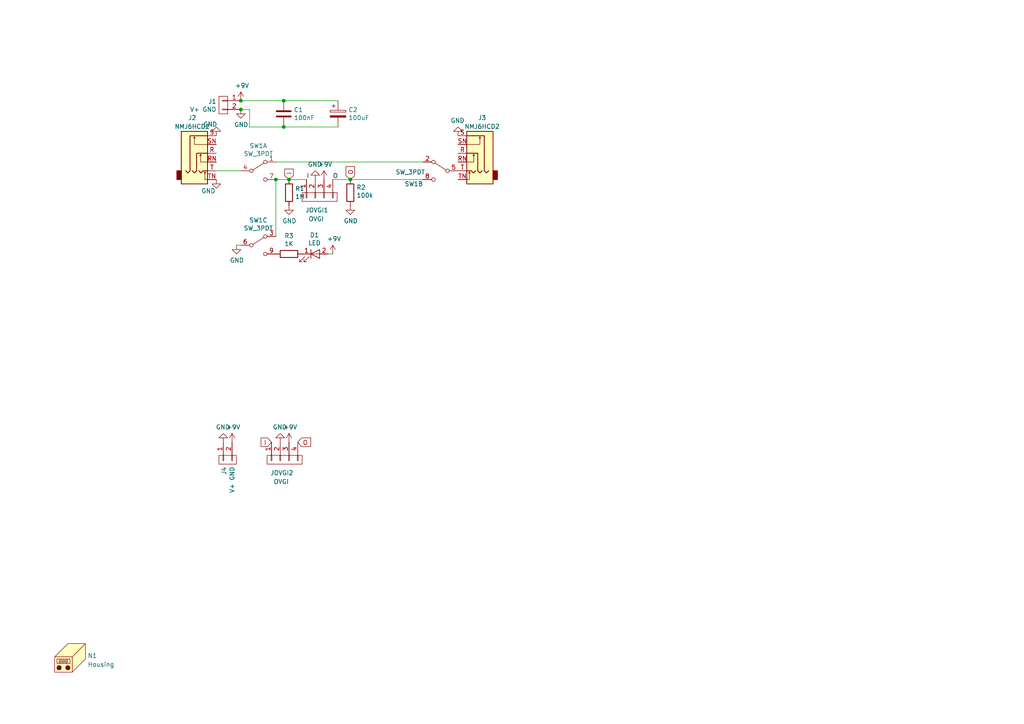
<source format=kicad_sch>
(kicad_sch (version 20230121) (generator eeschema)
  (paper "A4")
  (lib_symbols
    (symbol "1590B-rescue:C-device" (pin_numbers hide) (pin_names (offset 0.254))
      (property "Reference" "C" (at 0.635 2.54 0))
      (property "Value" "device:C" (at 0.635 -2.54 0))
      (symbol "C-device_0_1"
        (polyline (pts (xy -2.032 -0.762) (xy 2.032 -0.762)) (stroke (width 0.508)))
        (polyline (pts (xy -2.032 0.762) (xy 2.032 0.762)) (stroke (width 0.508)))
      )
      (symbol "C-device_1_1"
        (pin passive line (at 0 3.81 270) (length 2.794) (name "~") (number "1"))
        (pin passive line (at 0 -3.81 90) (length 2.794) (name "~") (number "2"))
      )
    )
    (symbol "1590B-rescue:CONN_01X02-conn" (pin_names (offset 1.016) hide)
      (property "Reference" "J" (at 0 3.81 0))
      (property "Value" "conn:CONN_01X02" (at 2.54 0 90))
      (symbol "CONN_01X02-conn_0_1"
        (rectangle (start -1.27 -1.143) (end 0.254 -1.397))
        (rectangle (start -1.27 1.397) (end 0.254 1.143))
        (rectangle (start -1.27 2.54) (end 1.27 -2.54))
      )
      (symbol "CONN_01X02-conn_1_1"
        (pin passive line (at -5.08 1.27 0) (length 3.81) (name "P1") (number "1"))
        (pin passive line (at -5.08 -1.27 0) (length 3.81) (name "P2") (number "2"))
      )
    )
    (symbol "1590B-rescue:CONN_01X04-conn" (pin_names (offset 1.016) hide)
      (property "Reference" "J" (at 0 6.35 0))
      (property "Value" "conn:CONN_01X04" (at 2.54 0 90))
      (symbol "CONN_01X04-conn_0_1"
        (rectangle (start -1.27 -3.683) (end 0.254 -3.937))
        (rectangle (start -1.27 -1.143) (end 0.254 -1.397))
        (rectangle (start -1.27 1.397) (end 0.254 1.143))
        (rectangle (start -1.27 3.937) (end 0.254 3.683))
        (rectangle (start -1.27 5.08) (end 1.27 -5.08))
      )
      (symbol "CONN_01X04-conn_1_1"
        (pin passive line (at -5.08 3.81 0) (length 3.81) (name "P1") (number "1"))
        (pin passive line (at -5.08 1.27 0) (length 3.81) (name "P2") (number "2"))
        (pin passive line (at -5.08 -1.27 0) (length 3.81) (name "P3") (number "3"))
        (pin passive line (at -5.08 -3.81 0) (length 3.81) (name "P4") (number "4"))
      )
    )
    (symbol "1590B-rescue:CP-device" (pin_numbers hide) (pin_names (offset 0.254))
      (property "Reference" "C" (at 0.635 2.54 0))
      (property "Value" "device:CP" (at 0.635 -2.54 0))
      (symbol "CP-device_0_1"
        (rectangle (start -2.286 0.508) (end -2.286 1.016))
        (rectangle (start -2.286 0.508) (end 2.286 0.508))
        (polyline (pts (xy -1.778 2.286) (xy -0.762 2.286)))
        (polyline (pts (xy -1.27 2.794) (xy -1.27 1.778)))
        (rectangle (start 2.286 -0.508) (end -2.286 -1.016) (fill (type outline)))
        (rectangle (start 2.286 1.016) (end -2.286 1.016))
        (rectangle (start 2.286 1.016) (end 2.286 0.508))
      )
      (symbol "CP-device_1_1"
        (pin passive line (at 0 3.81 270) (length 2.794) (name "~") (number "1"))
        (pin passive line (at 0 -3.81 90) (length 2.794) (name "~") (number "2"))
      )
    )
    (symbol "1590B-rescue:LED-device" (pin_names (offset 1.016) hide)
      (property "Reference" "D" (at 0 2.54 0))
      (property "Value" "device:LED" (at 0 -2.54 0))
      (symbol "LED-device_0_1"
        (polyline (pts (xy -1.27 -1.27) (xy -1.27 1.27)) (stroke (width 0.2032)))
        (polyline (pts (xy -1.27 0) (xy 1.27 0)))
        (polyline (pts (xy 1.27 -1.27) (xy 1.27 1.27) (xy -1.27 0) (xy 1.27 -1.27)) (stroke (width 0.2032)))
        (polyline (pts (xy -3.048 -0.762) (xy -4.572 -2.286) (xy -3.81 -2.286) (xy -4.572 -2.286) (xy -4.572 -1.524)))
        (polyline (pts (xy -1.778 -0.762) (xy -3.302 -2.286) (xy -2.54 -2.286) (xy -3.302 -2.286) (xy -3.302 -1.524)))
      )
      (symbol "LED-device_1_1"
        (pin passive line (at -3.81 0 0) (length 2.54) (name "K") (number "1"))
        (pin passive line (at 3.81 0 180) (length 2.54) (name "A") (number "2"))
      )
    )
    (symbol "1590B-rescue:R-device" (pin_numbers hide) (pin_names (offset 0))
      (property "Reference" "R" (at 2.032 0 90))
      (property "Value" "device:R" (at 0 0 90))
      (symbol "R-device_0_1"
        (rectangle (start -1.016 -2.54) (end 1.016 2.54) (stroke (width 0.254)))
      )
      (symbol "R-device_1_1"
        (pin passive line (at 0 3.81 270) (length 1.27) (name "~") (number "1"))
        (pin passive line (at 0 -3.81 90) (length 1.27) (name "~") (number "2"))
      )
    )
    (symbol "1590B-rescue:SW_3PDT-switches" (pin_names (offset 0) hide)
      (property "Reference" "SW" (at 0 4.318 0))
      (property "Value" "switches:SW_3PDT" (at 0 -5.08 0))
      (symbol "SW_3PDT-switches_0_0"
        (circle (center -2.032 0) (radius 0.508))
        (circle (center 2.032 -2.54) (radius 0.508))
      )
      (symbol "SW_3PDT-switches_0_1"
        (polyline (pts (xy -1.524 0.254) (xy 1.651 2.286)))
        (circle (center 2.032 2.54) (radius 0.508))
      )
      (symbol "SW_3PDT-switches_1_1"
        (pin passive line (at 5.08 2.54 180) (length 2.54) (name "A") (number "1"))
        (pin passive line (at -5.08 0 0) (length 2.54) (name "B") (number "4"))
        (pin passive line (at 5.08 -2.54 180) (length 2.54) (name "C") (number "7"))
      )
      (symbol "SW_3PDT-switches_2_1"
        (pin passive line (at 5.08 2.54 180) (length 2.54) (name "A") (number "2"))
        (pin passive line (at -5.08 0 0) (length 2.54) (name "B") (number "5"))
        (pin passive line (at 5.08 -2.54 180) (length 2.54) (name "C") (number "8"))
      )
      (symbol "SW_3PDT-switches_3_1"
        (pin passive line (at 5.08 2.54 180) (length 2.54) (name "A") (number "3"))
        (pin passive line (at -5.08 0 0) (length 2.54) (name "B") (number "6"))
        (pin passive line (at 5.08 -2.54 180) (length 2.54) (name "C") (number "9"))
      )
    )
    (symbol "Connector_Audio:NMJ6HCD2"
      (property "Reference" "J" (at 0 11.43 0))
      (property "Value" "NMJ6HCD2" (at 0 8.89 0))
      (symbol "NMJ6HCD2_0_1"
        (rectangle (start -5.08 -5.08) (end -6.35 -7.62) (stroke (width 0.254)) (fill (type outline)))
        (polyline (pts (xy -1.27 4.826) (xy -1.016 4.318)))
        (polyline (pts (xy 0.508 -0.254) (xy 0.762 -0.762)))
        (polyline (pts (xy 1.778 -5.334) (xy 2.032 -5.842)))
        (polyline (pts (xy 0 -5.08) (xy 0.635 -5.715) (xy 1.27 -5.08) (xy 2.54 -5.08)) (stroke (width 0.254)))
        (polyline (pts (xy 2.54 -7.62) (xy 1.778 -7.62) (xy 1.778 -5.334) (xy 1.524 -5.842)))
        (polyline (pts (xy 2.54 -2.54) (xy 0.508 -2.54) (xy 0.508 -0.254) (xy 0.254 -0.762)))
        (polyline (pts (xy 2.54 2.54) (xy -1.27 2.54) (xy -1.27 4.826) (xy -1.524 4.318)))
        (polyline (pts (xy -1.905 -5.08) (xy -1.27 -5.715) (xy -0.635 -5.08) (xy -0.635 0) (xy 2.54 0)) (stroke (width 0.254)))
        (polyline (pts (xy 2.54 5.08) (xy -2.54 5.08) (xy -2.54 -5.08) (xy -3.175 -5.715) (xy -3.81 -5.08)) (stroke (width 0.254)))
        (rectangle (start 2.54 6.35) (end -5.08 -8.89) (stroke (width 0.254)) (fill (type background)))
      )
      (symbol "NMJ6HCD2_1_1"
        (pin passive line (at 5.08 0 180) (length 2.54) (name "~") (number "R"))
        (pin passive line (at 5.08 -2.54 180) (length 2.54) (name "~") (number "RN"))
        (pin passive line (at 5.08 5.08 180) (length 2.54) (name "~") (number "S"))
        (pin passive line (at 5.08 2.54 180) (length 2.54) (name "~") (number "SN"))
        (pin passive line (at 5.08 -5.08 180) (length 2.54) (name "~") (number "T"))
        (pin passive line (at 5.08 -7.62 180) (length 2.54) (name "~") (number "TN"))
      )
    )
    (symbol "Mechanical:Housing" (pin_names (offset 1.016))
      (property "Reference" "N" (at 3.81 0 0))
      (property "Value" "Housing" (at 3.81 -1.905 0))
      (symbol "Housing_0_1"
        (rectangle (start -5.08 -0.635) (end -1.27 -1.905))
        (circle (center -4.445 -3.175) (radius 0.635) (fill (type outline)))
        (circle (center -1.905 -3.175) (radius 0.635) (fill (type outline)))
        (polyline (pts (xy -4.5212 -1.5748) (xy -4.4704 -1.3716)))
        (polyline (pts (xy -4.4196 -1.6764) (xy -4.064 -1.6764)))
        (polyline (pts (xy -4.4196 -1.2192) (xy -4.3688 -0.9652)))
        (polyline (pts (xy -4.318 -1.3208) (xy -4.0132 -1.3208)))
        (polyline (pts (xy -4.2164 -0.9144) (xy -3.9116 -0.9144)))
        (polyline (pts (xy -3.9116 -1.6256) (xy -3.8608 -1.3716)))
        (polyline (pts (xy -3.81 -1.2192) (xy -3.7592 -0.9652)))
        (polyline (pts (xy -3.6068 -1.5748) (xy -3.556 -1.3716)))
        (polyline (pts (xy -3.5052 -1.6764) (xy -3.1496 -1.6764)))
        (polyline (pts (xy -3.5052 -1.2192) (xy -3.4544 -0.9652)))
        (polyline (pts (xy -3.4036 -1.3208) (xy -3.0988 -1.3208)))
        (polyline (pts (xy -3.302 -0.9144) (xy -2.9972 -0.9144)))
        (polyline (pts (xy -2.9972 -1.6256) (xy -2.9464 -1.3716)))
        (polyline (pts (xy -2.8956 -1.2192) (xy -2.8448 -0.9652)))
        (polyline (pts (xy -2.6924 -1.5748) (xy -2.6416 -1.3716)))
        (polyline (pts (xy -2.5908 -1.6764) (xy -2.2352 -1.6764)))
        (polyline (pts (xy -2.5908 -1.2192) (xy -2.54 -0.9652)))
        (polyline (pts (xy -2.4892 -1.3208) (xy -2.1844 -1.3208)))
        (polyline (pts (xy -2.3876 -0.9144) (xy -2.0828 -0.9144)))
        (polyline (pts (xy -2.0828 -1.6256) (xy -2.032 -1.3716)))
        (polyline (pts (xy -1.9812 -1.2192) (xy -1.9304 -0.9652)))
        (polyline (pts (xy -0.635 0) (xy -0.635 -4.445)))
        (polyline (pts (xy -5.715 0) (xy -0.635 0) (xy 3.175 3.81)))
        (polyline (pts (xy -5.715 0) (xy -5.715 -4.445) (xy -0.635 -4.445) (xy 3.175 -0.635) (xy 3.175 3.81) (xy -1.905 3.81) (xy -5.715 0)) (fill (type background)))
      )
    )
    (symbol "power:+9V" (power) (pin_names (offset 0))
      (property "Value" "+9V" (at 0 3.556 0))
      (symbol "+9V_0_1"
        (polyline (pts (xy -0.762 1.27) (xy 0 2.54)))
        (polyline (pts (xy 0 0) (xy 0 2.54)))
        (polyline (pts (xy 0 2.54) (xy 0.762 1.27)))
      )
      (symbol "+9V_1_1"
        (pin power_in line (at 0 0 90) (length 0) hide (name "+9V") (number "1"))
      )
    )
    (symbol "power:GND" (power) (pin_names (offset 0))
      (property "Value" "GND" (at 0 -3.81 0))
      (symbol "GND_0_1"
        (polyline (pts (xy 0 0) (xy 0 -1.27) (xy 1.27 -1.27) (xy 0 -2.54) (xy -1.27 -1.27) (xy 0 -1.27)))
      )
      (symbol "GND_1_1"
        (pin power_in line (at 0 0 270) (length 0) hide (name "GND") (number "1"))
      )
    )
  )
  (junction (at 82.296 29.21))
  (junction (at 101.6 52.07))
  (junction (at 80.01 52.07))
  (junction (at 83.82 52.07))
  (junction (at 69.85 31.75))
  (junction (at 82.296 36.83))
  (junction (at 69.85 29.21))
  (wire (pts (xy 72.39 36.83) (xy 82.296 36.83)))
  (wire (pts (xy 80.01 52.07) (xy 83.82 52.07)))
  (wire (pts (xy 72.39 31.75) (xy 72.39 36.83)))
  (wire (pts (xy 62.738 49.53) (xy 69.85 49.53)))
  (wire (pts (xy 69.85 71.12) (xy 68.58 71.12)))
  (wire (pts (xy 69.85 31.75) (xy 72.39 31.75)))
  (wire (pts (xy 122.682 52.07) (xy 101.6 52.07)))
  (wire (pts (xy 82.296 36.83) (xy 98.044 36.83)))
  (wire (pts (xy 80.01 52.07) (xy 80.01 68.58)))
  (wire (pts (xy 80.01 46.99) (xy 122.682 46.99)))
  (wire (pts (xy 83.82 52.07) (xy 88.9 52.07)))
  (wire (pts (xy 96.52 52.07) (xy 101.6 52.07)))
  (wire (pts (xy 98.044 29.21) (xy 82.296 29.21)))
  (wire (pts (xy 69.85 29.21) (xy 82.296 29.21)))
  (wire (pts (xy 95.25 73.66) (xy 96.52 73.66)))
  (label "O" (at 96.52 52.07 0))
  (label "I" (at 88.9 52.07 0))
  (global_label "I" (shape input) (at 83.82 52.07 90) (property "Intersheetrefs" "${INTERSHEET_REFS}" (effects hide)))
  (global_label "O" (shape input) (at 86.36 128.27 0) (property "Intersheetrefs" "${INTERSHEET_REFS}" (effects hide)))
  (global_label "O" (shape input) (at 101.6 52.07 90) (property "Intersheetrefs" "${INTERSHEET_REFS}" (effects hide)))
  (global_label "I" (shape input) (at 78.74 128.27 180) (property "Intersheetrefs" "${INTERSHEET_REFS}" (effects hide)))
  (symbol (lib_id "1590B-rescue:R-device") (at 83.82 55.88 0) (unit 1)
    (property "Reference" "R1" (at 85.598 54.7116 0) (effects (justify left)))
    (property "Value" "1M" (at 85.598 57.023 0) (effects (justify left)))
    (property "Footprint" "Resistor_SMD:R_0805_2012Metric_Pad1.20x1.40mm_HandSolder" (effects hide))
  )
  (symbol (lib_id "1590B-rescue:R-device") (at 101.6 55.88 0) (unit 1)
    (property "Reference" "R2" (at 103.378 54.356 0) (effects (justify left)))
    (property "Value" "100k" (at 103.378 56.6674 0) (effects (justify left)))
    (property "Footprint" "Resistor_SMD:R_0805_2012Metric_Pad1.20x1.40mm_HandSolder" (effects hide))
    (instances (project "phozer" (path "" (reference "R2") (unit 1)) (path "" (reference "R3") (unit 1))))
  )
  (symbol (lib_id "Connector_Audio:NMJ6HCD2") (at 137.922 44.45 0) (mirror y) (unit 1)
    (property "Reference" "J3" (at 139.827 34.163 0))
    (property "Value" "NMJ6HCD2" (at 139.827 36.703 0))
    (property "Footprint" "Connector_Audio:Jack_6.35mm_Neutrik_NMJ6HCD2_Horizontal" (effects hide))
    (property "Datasheet" "https://www.neutrik.com/en/product/nmj6hcd2" (effects hide))
  )
  (symbol (lib_id "1590B-rescue:C-device") (at 82.296 33.02 180) (unit 1)
    (property "Reference" "C1" (at 85.217 31.8516 0) (effects (justify right)))
    (property "Value" "100nF" (at 85.217 34.163 0) (effects (justify right)))
    (property "Footprint" "Capacitor_SMD:C_0805_2012Metric_Pad1.18x1.45mm_HandSolder" (effects hide))
  )
  (symbol (lib_id "1590B-rescue:CONN_01X04-conn") (at 82.55 133.35 90) (mirror x) (unit 1)
    (property "Reference" "JOVGI2" (at 85.09 137.16 90) (effects (justify left)))
    (property "Value" "OVGI" (at 83.82 139.7 90) (effects (justify left)))
    (property "Footprint" "Pin_Headers:Pin_Header_Straight_1x04_Pitch2.54mm" (effects hide))
    (instances (project "phozer" (path "" (reference "JOVGI2") (unit 1)) (path "" (reference "JOVGI1") (unit 1))))
  )
  (symbol (lib_id "power:GND") (at 83.82 59.69 0) (unit 1)
    (property "Reference" "#PWR05" (effects hide))
    (property "Value" "GND" (at 83.947 64.0842 0))
    (instances (project "phozer" (path "" (reference "#PWR05") (unit 1)) (path "" (reference "#PWR09") (unit 1))))
  )
  (symbol (lib_id "1590B-rescue:SW_3PDT-switches") (at 74.93 71.12 0) (unit 3)
    (property "Reference" "SW1" (at 74.93 63.881 0))
    (property "Value" "SW_3PDT" (at 74.93 66.1924 0))
    (property "Footprint" "KiCad Lib:3PDT-Footswitch" (effects hide))
  )
  (symbol (lib_id "power:GND") (at 64.77 128.27 180) (unit 1)
    (property "Reference" "#PWR014" (effects hide))
    (property "Value" "GND" (at 64.643 123.8758 0))
    (instances (project "phozer" (path "" (reference "#PWR014") (unit 1)) (path "" (reference "#PWR01") (unit 1))))
  )
  (symbol (lib_id "power:GND") (at 62.738 39.37 180) (unit 1)
    (property "Reference" "#PWR011" (effects hide))
    (property "Value" "GND" (at 60.96 36.068 0))
    (instances (project "phozer" (path "" (reference "#PWR011") (unit 1)) (path "" (reference "#PWR06") (unit 1))))
  )
  (symbol (lib_id "power:+9V") (at 96.52 73.66 0) (unit 1)
    (property "Reference" "#PWR08" (effects hide))
    (property "Value" "+9V" (at 96.901 69.2658 0))
    (instances (project "phozer" (path "" (reference "#PWR08") (unit 1)) (path "" (reference "#PWR013") (unit 1))))
  )
  (symbol (lib_id "Mechanical:Housing") (at 21.59 190.5 0) (unit 1)
    (property "Reference" "N1" (at 25.4 190.1825 0) (effects (justify left)))
    (property "Value" "Housing" (at 25.4 192.7225 0) (effects (justify left)))
    (property "Footprint" "Pedal-Components:1590B" (effects hide))
  )
  (symbol (lib_id "power:+9V") (at 67.31 128.27 0) (unit 1)
    (property "Reference" "#PWR015" (effects hide))
    (property "Value" "+9V" (at 67.691 123.8758 0))
    (instances (project "phozer" (path "" (reference "#PWR015") (unit 1)) (path "" (reference "#PWR02") (unit 1))))
  )
  (symbol (lib_id "power:+9V") (at 69.85 29.21 0) (unit 1)
    (property "Reference" "#PWR01" (effects hide))
    (property "Value" "+9V" (at 70.231 24.8158 0))
    (instances (project "phozer" (path "" (reference "#PWR01") (unit 1)) (path "" (reference "#PWR04") (unit 1))))
  )
  (symbol (lib_id "1590B-rescue:CONN_01X02-conn") (at 64.77 30.48 0) (mirror y) (unit 1)
    (property "Reference" "J1" (at 62.7888 29.4386 0) (effects (justify left)))
    (property "Value" "V+ GND" (at 62.7888 31.75 0) (effects (justify left)))
    (property "Footprint" "Connector_PinHeader_2.54mm:PinHeader_1x02_P2.54mm_Vertical" (effects hide))
  )
  (symbol (lib_id "power:GND") (at 101.6 59.69 0) (unit 1)
    (property "Reference" "#PWR06" (effects hide))
    (property "Value" "GND" (at 101.727 64.0842 0))
    (instances (project "phozer" (path "" (reference "#PWR06") (unit 1)) (path "" (reference "#PWR014") (unit 1))))
  )
  (symbol (lib_id "1590B-rescue:R-device") (at 83.82 73.66 270) (unit 1)
    (property "Reference" "R3" (at 83.82 68.4022 90))
    (property "Value" "1K" (at 83.82 70.7136 90))
    (property "Footprint" "Resistor_SMD:R_0805_2012Metric_Pad1.20x1.40mm_HandSolder" (effects hide))
    (instances (project "phozer" (path "" (reference "R3") (unit 1)) (path "" (reference "R2") (unit 1))))
  )
  (symbol (lib_id "power:+9V") (at 93.98 52.07 0) (unit 1)
    (property "Reference" "#PWR04" (effects hide))
    (property "Value" "+9V" (at 94.361 47.6758 0))
    (instances (project "phozer" (path "" (reference "#PWR04") (unit 1)) (path "" (reference "#PWR012") (unit 1))))
  )
  (symbol (lib_id "1590B-rescue:SW_3PDT-switches") (at 74.93 49.53 0) (unit 1)
    (property "Reference" "SW1" (at 74.93 42.291 0))
    (property "Value" "SW_3PDT" (at 74.93 44.6024 0))
    (property "Footprint" "KiCad Lib:3PDT-Footswitch" (effects hide))
  )
  (symbol (lib_id "power:GND") (at 62.738 52.07 0) (unit 1)
    (property "Reference" "#PWR013" (effects hide))
    (property "Value" "GND" (at 60.452 55.372 0))
    (instances (project "phozer" (path "" (reference "#PWR013") (unit 1)) (path "" (reference "#PWR07") (unit 1))))
  )
  (symbol (lib_id "power:+9V") (at 83.82 128.27 0) (unit 1)
    (property "Reference" "#PWR010" (effects hide))
    (property "Value" "+9V" (at 84.201 123.8758 0))
  )
  (symbol (lib_id "power:GND") (at 81.28 128.27 180) (unit 1)
    (property "Reference" "#PWR09" (effects hide))
    (property "Value" "GND" (at 81.153 123.8758 0))
    (instances (project "phozer" (path "" (reference "#PWR09") (unit 1)) (path "" (reference "#PWR08") (unit 1))))
  )
  (symbol (lib_id "power:GND") (at 132.842 39.37 180) (unit 1)
    (property "Reference" "#PWR012" (effects hide))
    (property "Value" "GND" (at 132.715 34.9758 0))
    (instances (project "phozer" (path "" (reference "#PWR012") (unit 1)) (path "" (reference "#PWR015") (unit 1))))
  )
  (symbol (lib_id "Connector_Audio:NMJ6HCD2") (at 57.658 44.45 0) (unit 1)
    (property "Reference" "J2" (at 55.753 34.163 0))
    (property "Value" "NMJ6HCD2" (at 55.753 36.703 0))
    (property "Footprint" "Connector_Audio:Jack_6.35mm_Neutrik_NMJ6HCD2_Horizontal" (effects hide))
    (property "Datasheet" "https://www.neutrik.com/en/product/nmj6hcd2" (effects hide))
  )
  (symbol (lib_id "power:GND") (at 68.58 71.12 0) (unit 1)
    (property "Reference" "#PWR07" (effects hide))
    (property "Value" "GND" (at 68.707 75.5142 0))
    (instances (project "phozer" (path "" (reference "#PWR07") (unit 1)) (path "" (reference "#PWR03") (unit 1))))
  )
  (symbol (lib_id "power:GND") (at 91.44 52.07 180) (unit 1)
    (property "Reference" "#PWR03" (effects hide))
    (property "Value" "GND" (at 91.313 47.6758 0))
    (instances (project "phozer" (path "" (reference "#PWR03") (unit 1)) (path "" (reference "#PWR011") (unit 1))))
  )
  (symbol (lib_id "1590B-rescue:CONN_01X02-conn") (at 66.04 133.35 90) (mirror x) (unit 1)
    (property "Reference" "J4" (at 64.9986 135.3312 0) (effects (justify left)))
    (property "Value" "V+ GND" (at 67.31 135.3312 0) (effects (justify left)))
    (property "Footprint" "Connector_PinHeader_2.54mm:PinHeader_1x02_P2.54mm_Vertical" (effects hide))
  )
  (symbol (lib_id "1590B-rescue:LED-device") (at 91.44 73.66 0) (unit 1)
    (property "Reference" "D1" (at 91.2114 68.1736 0))
    (property "Value" "LED" (at 91.2114 70.485 0))
    (property "Footprint" "LEDs:LED-5MM" (effects hide))
  )
  (symbol (lib_id "1590B-rescue:CP-device") (at 98.044 33.02 0) (unit 1)
    (property "Reference" "C2" (at 101.0412 31.8516 0) (effects (justify left)))
    (property "Value" "100uF" (at 101.0412 34.163 0) (effects (justify left)))
    (property "Footprint" "Capacitor_THT:CP_Radial_D8.0mm_P2.50mm" (effects hide))
  )
  (symbol (lib_id "power:GND") (at 69.85 31.75 0) (unit 1)
    (property "Reference" "#PWR02" (effects hide))
    (property "Value" "GND" (at 69.977 36.1442 0))
    (instances (project "phozer" (path "" (reference "#PWR02") (unit 1)) (path "" (reference "#PWR05") (unit 1))))
  )
  (symbol (lib_id "1590B-rescue:SW_3PDT-switches") (at 127.762 49.53 0) (mirror y) (unit 2)
    (property "Reference" "SW1" (at 120.015 53.34 0))
    (property "Value" "SW_3PDT" (at 118.999 49.911 0))
    (property "Footprint" "KiCad Lib:3PDT-Footswitch" (effects hide))
  )
  (symbol (lib_id "1590B-rescue:CONN_01X04-conn") (at 92.71 57.15 90) (mirror x) (unit 1)
    (property "Reference" "JOVGI1" (at 95.25 60.96 90) (effects (justify left)))
    (property "Value" "OVGI" (at 93.98 63.5 90) (effects (justify left)))
    (property "Footprint" "Pin_Headers:Pin_Header_Straight_1x04_Pitch2.54mm" (effects hide))
    (instances (project "phozer" (path "" (reference "JOVGI1") (unit 1)) (path "" (reference "JOVGI2") (unit 1))))
  )
)
</source>
